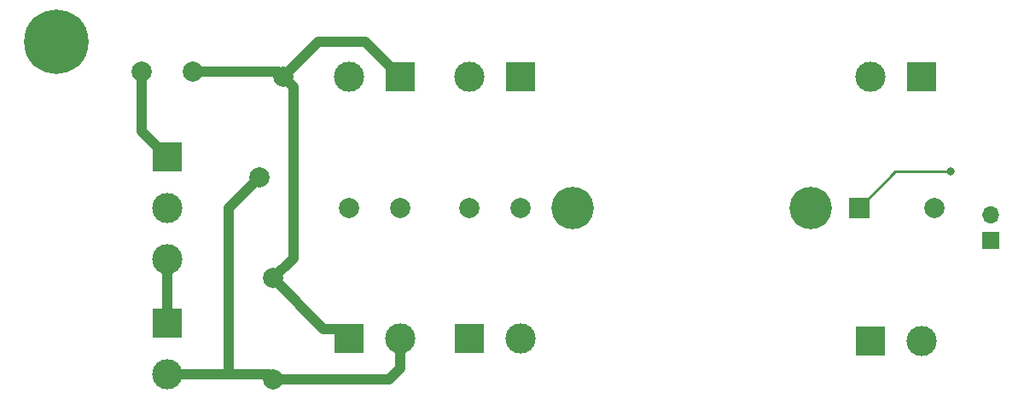
<source format=gbl>
G04 #@! TF.GenerationSoftware,KiCad,Pcbnew,(6.0.8)*
G04 #@! TF.CreationDate,2022-10-31T16:03:17+01:00*
G04 #@! TF.ProjectId,PowerInput,506f7765-7249-46e7-9075-742e6b696361,rev?*
G04 #@! TF.SameCoordinates,Original*
G04 #@! TF.FileFunction,Copper,L2,Bot*
G04 #@! TF.FilePolarity,Positive*
%FSLAX46Y46*%
G04 Gerber Fmt 4.6, Leading zero omitted, Abs format (unit mm)*
G04 Created by KiCad (PCBNEW (6.0.8)) date 2022-10-31 16:03:17*
%MOMM*%
%LPD*%
G01*
G04 APERTURE LIST*
G04 #@! TA.AperFunction,ComponentPad*
%ADD10C,4.200000*%
G04 #@! TD*
G04 #@! TA.AperFunction,ComponentPad*
%ADD11R,2.000000X2.000000*%
G04 #@! TD*
G04 #@! TA.AperFunction,ComponentPad*
%ADD12C,2.000000*%
G04 #@! TD*
G04 #@! TA.AperFunction,ComponentPad*
%ADD13C,3.000000*%
G04 #@! TD*
G04 #@! TA.AperFunction,ComponentPad*
%ADD14R,3.000000X3.000000*%
G04 #@! TD*
G04 #@! TA.AperFunction,ComponentPad*
%ADD15C,0.800000*%
G04 #@! TD*
G04 #@! TA.AperFunction,ComponentPad*
%ADD16C,6.400000*%
G04 #@! TD*
G04 #@! TA.AperFunction,ComponentPad*
%ADD17O,1.700000X1.700000*%
G04 #@! TD*
G04 #@! TA.AperFunction,ComponentPad*
%ADD18R,1.700000X1.700000*%
G04 #@! TD*
G04 #@! TA.AperFunction,ViaPad*
%ADD19C,0.800000*%
G04 #@! TD*
G04 #@! TA.AperFunction,Conductor*
%ADD20C,0.250000*%
G04 #@! TD*
G04 #@! TA.AperFunction,Conductor*
%ADD21C,1.000000*%
G04 #@! TD*
G04 APERTURE END LIST*
D10*
X124650000Y-65000000D03*
X148350000Y-65000000D03*
D11*
X153132323Y-65000000D03*
D12*
X160632323Y-65000000D03*
X81960000Y-51500000D03*
X87040000Y-51500000D03*
D13*
X107580000Y-78000000D03*
D14*
X102500000Y-78000000D03*
D12*
X107580000Y-65000000D03*
X102500000Y-65000000D03*
D14*
X84500000Y-59941500D03*
D13*
X84500000Y-65021500D03*
X84500000Y-70101500D03*
D14*
X159290000Y-52000000D03*
D13*
X154210000Y-52000000D03*
D14*
X84500000Y-76460000D03*
D13*
X84500000Y-81540000D03*
X114460000Y-52000000D03*
D14*
X119540000Y-52000000D03*
D12*
X114460000Y-65000000D03*
X119540000Y-65000000D03*
D15*
X73500000Y-50900000D03*
D16*
X73500000Y-48500000D03*
D15*
X71802944Y-50197056D03*
X73500000Y-46100000D03*
X75197056Y-50197056D03*
X75197056Y-46802944D03*
X75900000Y-48500000D03*
X71802944Y-46802944D03*
X71100000Y-48500000D03*
D13*
X159290000Y-78250000D03*
D14*
X154210000Y-78250000D03*
D12*
X95000000Y-72000000D03*
X95000000Y-82000000D03*
X96000000Y-52000000D03*
X93600000Y-62000000D03*
D17*
X166200000Y-65735000D03*
D18*
X166200000Y-68275000D03*
D14*
X114460000Y-78000000D03*
D13*
X119540000Y-78000000D03*
D14*
X107580000Y-52000000D03*
D13*
X102500000Y-52000000D03*
D19*
X162200000Y-61400000D03*
D20*
X162200000Y-61400000D02*
X156732323Y-61400000D01*
X156732323Y-61400000D02*
X153132323Y-65000000D01*
D21*
X97000000Y-70000000D02*
X97000000Y-53000000D01*
X102500000Y-77000000D02*
X100000000Y-77000000D01*
X97000000Y-53000000D02*
X96000000Y-52000000D01*
X104080000Y-48500000D02*
X99500000Y-48500000D01*
X87040000Y-51500000D02*
X95500000Y-51500000D01*
X107580000Y-52000000D02*
X104080000Y-48500000D01*
X99500000Y-48500000D02*
X96000000Y-52000000D01*
X95500000Y-51500000D02*
X96000000Y-52000000D01*
X100000000Y-77000000D02*
X95000000Y-72000000D01*
X95000000Y-72000000D02*
X97000000Y-70000000D01*
X107580000Y-80920000D02*
X107580000Y-78000000D01*
X84500000Y-81540000D02*
X90540000Y-81540000D01*
X106500000Y-82000000D02*
X107580000Y-80920000D01*
X94540000Y-81540000D02*
X95000000Y-82000000D01*
X95000000Y-82000000D02*
X106500000Y-82000000D01*
X90540000Y-65060000D02*
X90540000Y-81540000D01*
X90540000Y-81540000D02*
X94540000Y-81540000D01*
X93600000Y-62000000D02*
X90540000Y-65060000D01*
X81960000Y-51000000D02*
X81960000Y-57401500D01*
X81960000Y-57401500D02*
X84500000Y-59941500D01*
X84500000Y-76460000D02*
X84500000Y-70101500D01*
M02*

</source>
